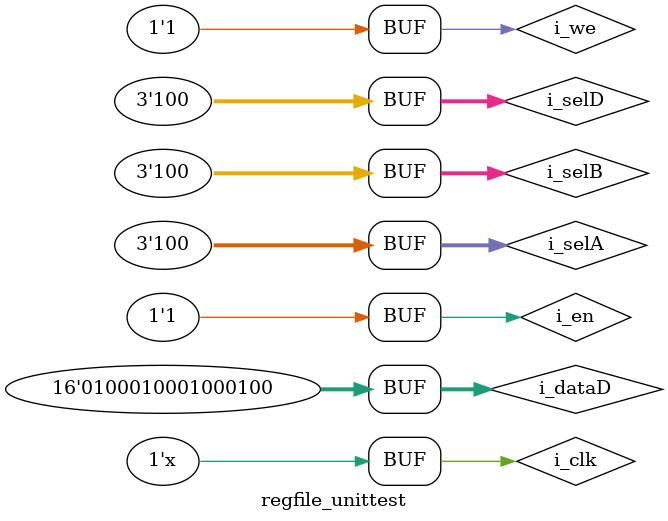
<source format=v>
`timescale 1ns / 1ps

module regfile_unittest;

    //Variable Declarations
    //Regs
    reg          i_clk   ;
    reg  [15:0]  i_dataD ;
    reg          i_en    ;
    reg  [2:0]   i_selA  ;
    reg  [2:0]   i_selB  ;
    reg  [2:0]   i_selD  ;
    reg          i_we    ;

    //Wires
    wire [15:0]  o_dataA ;
    wire [15:0]  o_dataB ;

    //Instantiation
    reg_file reg_test(
        //Inputs
        i_clk      ,
        i_en       ,
        i_we       ,
        i_selA     ,
        i_selB     ,
        i_selD     ,
        i_dataD    ,

        //Outputs
        o_dataA    ,
        o_dataB
    );

    initial begin
        
        //Reset all Inputs
        i_clk   = 1'b0 ;
        i_dataD = 0    ; 
        i_en    = 0    ;
        i_selA  = 0    ;
        i_selB  = 0    ;
        i_selD  = 0    ;
        i_we    = 0    ;

        //Start Test
        i_en    = 1'b1 ;

        i_selA  = 3'b000   ;
        i_selB  = 3'b001   ;
        i_selD  = 3'b000   ;

        i_dataD = 16'hFFFF ;
        i_we    = 1'b1     ;

        //Time = 17
        #10;
        i_we    = 1'b0     ;
        i_selD  = 3'b010   ;
        i_dataD = 16'h2222 ;

        //Time = 27
        #10;
        i_we    = 1        ;

        //Time = 37
        #10;
        i_dataD = 16'h3333 ;

        //Time = 47
        #10;
        i_we    = 0        ;
        i_selD  = 3'b100   ;
        i_dataD = 16'h4444 ;

        //Time = 67
        #10;
        i_we    = 1        ;

        //Time = 117
        #50;
        i_selA  = 3'b100   ;
        i_selB  = 3'b100   ;

    end

    //Clock Generation
    always begin 
        #5 i_clk = ~i_clk; 
    end
endmodule
</source>
